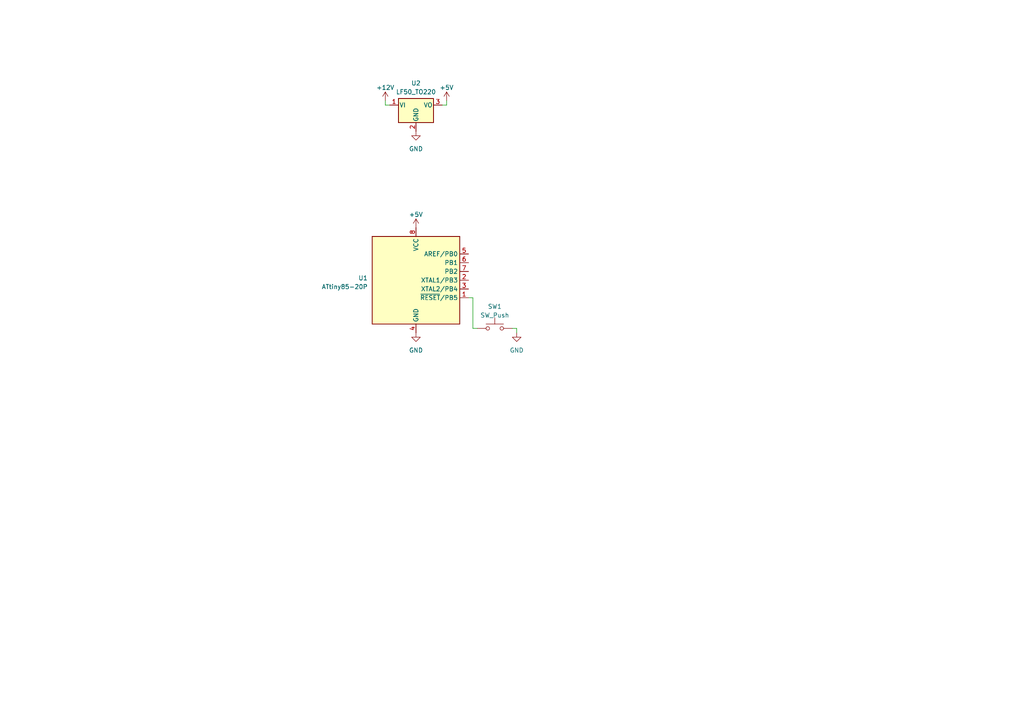
<source format=kicad_sch>
(kicad_sch (version 20230121) (generator eeschema)
  (paper "A4")
  (lib_symbols
    (symbol "MCU_Microchip_ATtiny:ATtiny85-20P"
      (property "Reference" "U" (at -12.7 13.97 0))
      (property "Value" "ATtiny85-20P" (at 2.54 -13.97 0))
      (symbol "ATtiny85-20P_0_1"
        (rectangle (start -12.7 -12.7) (end 12.7 12.7) (stroke (width 0.254)) (fill (type background)))
      )
      (symbol "ATtiny85-20P_1_1"
        (pin bidirectional line (at 15.24 -5.08 180) (length 2.54) (name "~{RESET}/PB5") (number "1"))
        (pin bidirectional line (at 15.24 0 180) (length 2.54) (name "XTAL1/PB3") (number "2"))
        (pin bidirectional line (at 15.24 -2.54 180) (length 2.54) (name "XTAL2/PB4") (number "3"))
        (pin power_in line (at 0 -15.24 90) (length 2.54) (name "GND") (number "4"))
        (pin bidirectional line (at 15.24 7.62 180) (length 2.54) (name "AREF/PB0") (number "5"))
        (pin bidirectional line (at 15.24 5.08 180) (length 2.54) (name "PB1") (number "6"))
        (pin bidirectional line (at 15.24 2.54 180) (length 2.54) (name "PB2") (number "7"))
        (pin power_in line (at 0 15.24 270) (length 2.54) (name "VCC") (number "8"))
      )
    )
    (symbol "Regulator_Linear:LF50_TO220" (pin_names (offset 0.254))
      (property "Reference" "U" (at -3.81 3.175 0))
      (property "Value" "LF50_TO220" (at 0 3.175 0))
      (symbol "LF50_TO220_0_1"
        (rectangle (start -5.08 1.905) (end 5.08 -5.08) (stroke (width 0.254)) (fill (type background)))
      )
      (symbol "LF50_TO220_1_1"
        (pin power_in line (at -7.62 0 0) (length 2.54) (name "VI") (number "1"))
        (pin power_in line (at 0 -7.62 90) (length 2.54) (name "GND") (number "2"))
        (pin power_out line (at 7.62 0 180) (length 2.54) (name "VO") (number "3"))
      )
    )
    (symbol "Switch:SW_Push" (pin_numbers hide) (pin_names (offset 1.016) hide)
      (property "Reference" "SW" (at 1.27 2.54 0))
      (property "Value" "SW_Push" (at 0 -1.524 0))
      (symbol "SW_Push_0_1"
        (circle (center -2.032 0) (radius 0.508))
        (polyline (pts (xy 0 1.27) (xy 0 3.048)))
        (polyline (pts (xy 2.54 1.27) (xy -2.54 1.27)))
        (circle (center 2.032 0) (radius 0.508))
        (pin passive line (at -5.08 0 0) (length 2.54) (name "1") (number "1"))
        (pin passive line (at 5.08 0 180) (length 2.54) (name "2") (number "2"))
      )
    )
    (symbol "power:+12V" (power) (pin_names (offset 0))
      (property "Value" "+12V" (at 0 3.556 0))
      (symbol "+12V_0_1"
        (polyline (pts (xy -0.762 1.27) (xy 0 2.54)))
        (polyline (pts (xy 0 0) (xy 0 2.54)))
        (polyline (pts (xy 0 2.54) (xy 0.762 1.27)))
      )
      (symbol "+12V_1_1"
        (pin power_in line (at 0 0 90) (length 0) hide (name "+12V") (number "1"))
      )
    )
    (symbol "power:+5V" (power) (pin_names (offset 0))
      (property "Value" "+5V" (at 0 3.556 0))
      (symbol "+5V_0_1"
        (polyline (pts (xy -0.762 1.27) (xy 0 2.54)))
        (polyline (pts (xy 0 0) (xy 0 2.54)))
        (polyline (pts (xy 0 2.54) (xy 0.762 1.27)))
      )
      (symbol "+5V_1_1"
        (pin power_in line (at 0 0 90) (length 0) hide (name "+5V") (number "1"))
      )
    )
    (symbol "power:GND" (power) (pin_names (offset 0))
      (property "Value" "GND" (at 0 -3.81 0))
      (symbol "GND_0_1"
        (polyline (pts (xy 0 0) (xy 0 -1.27) (xy 1.27 -1.27) (xy 0 -2.54) (xy -1.27 -1.27) (xy 0 -1.27)))
      )
      (symbol "GND_1_1"
        (pin power_in line (at 0 0 270) (length 0) hide (name "GND") (number "1"))
      )
    )
  )
  (wire (pts (xy 111.76 29.21) (xy 111.76 30.48)))
  (wire (pts (xy 111.76 30.48) (xy 113.03 30.48)))
  (wire (pts (xy 137.16 95.25) (xy 138.43 95.25)))
  (wire (pts (xy 148.59 95.25) (xy 149.86 95.25)))
  (wire (pts (xy 129.54 30.48) (xy 128.27 30.48)))
  (wire (pts (xy 137.16 86.36) (xy 137.16 95.25)))
  (wire (pts (xy 135.89 86.36) (xy 137.16 86.36)))
  (wire (pts (xy 149.86 95.25) (xy 149.86 96.52)))
  (wire (pts (xy 129.54 29.21) (xy 129.54 30.48)))
  (symbol (lib_id "Regulator_Linear:LF50_TO220") (at 120.65 30.48 0) (unit 1)
    (property "Reference" "U2" (at 120.65 24.13 0))
    (property "Value" "LF50_TO220" (at 120.65 26.67 0))
    (property "Footprint" "Package_TO_SOT_THT:TO-220-3_Horizontal_TabDown" (effects hide))
    (property "Datasheet" "http://www.st.com/content/ccc/resource/technical/document/datasheet/c4/0e/7e/2a/be/bc/4c/bd/CD00000546.pdf/files/CD00000546.pdf/jcr:content/translations/en.CD00000546.pdf" (effects hide))
  )
  (symbol (lib_id "power:+5V") (at 129.54 29.21 0) (unit 1)
    (property "Reference" "#PWR05" (effects hide))
    (property "Value" "+5V" (at 129.54 25.4 0))
  )
  (symbol (lib_id "power:GND") (at 149.86 96.52 0) (unit 1)
    (property "Reference" "#PWR06" (effects hide))
    (property "Value" "GND" (at 149.86 101.6 0))
  )
  (symbol (lib_id "power:+5V") (at 120.65 66.04 0) (unit 1)
    (property "Reference" "#PWR04" (effects hide))
    (property "Value" "+5V" (at 120.65 62.23 0))
  )
  (symbol (lib_id "power:GND") (at 120.65 38.1 0) (unit 1)
    (property "Reference" "#PWR01" (effects hide))
    (property "Value" "GND" (at 120.65 43.18 0))
  )
  (symbol (lib_id "power:GND") (at 120.65 96.52 0) (unit 1)
    (property "Reference" "#PWR02" (effects hide))
    (property "Value" "GND" (at 120.65 101.6 0))
  )
  (symbol (lib_id "power:+12V") (at 111.76 29.21 0) (unit 1)
    (property "Reference" "#PWR03" (effects hide))
    (property "Value" "+12V" (at 111.76 25.4 0))
  )
  (symbol (lib_id "MCU_Microchip_ATtiny:ATtiny85-20P") (at 120.65 81.28 0) (unit 1)
    (property "Reference" "U1" (at 106.68 80.645 0) (effects (justify right)))
    (property "Value" "ATtiny85-20P" (at 106.68 83.185 0) (effects (justify right)))
    (property "Footprint" "Package_DIP:DIP-8_W7.62mm" (effects hide))
    (property "Datasheet" "http://ww1.microchip.com/downloads/en/DeviceDoc/atmel-2586-avr-8-bit-microcontroller-attiny25-attiny45-attiny85_datasheet.pdf" (effects hide))
  )
  (symbol (lib_id "Switch:SW_Push") (at 143.51 95.25 0) (unit 1)
    (property "Reference" "SW1" (at 143.51 88.9 0))
    (property "Value" "SW_Push" (at 143.51 91.44 0))
  )
)
</source>
